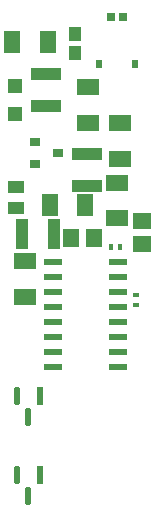
<source format=gbr>
G04*
G04 #@! TF.GenerationSoftware,Altium Limited,Altium Designer,22.11.1 (43)*
G04*
G04 Layer_Color=8421504*
%FSLAX44Y44*%
%MOMM*%
G71*
G04*
G04 #@! TF.SameCoordinates,85B5D84A-ABF2-449B-B7EE-03817192F5BC*
G04*
G04*
G04 #@! TF.FilePolarity,Positive*
G04*
G01*
G75*
%ADD16R,1.8500X1.4500*%
%ADD17R,0.7000X0.8000*%
%ADD18R,0.5500X0.8000*%
%ADD19R,2.6000X1.0000*%
%ADD20R,1.4500X1.8500*%
%ADD21R,0.9000X0.8000*%
%ADD22R,1.1500X1.1500*%
%ADD23R,1.0121X1.2084*%
%ADD24R,1.4500X1.0500*%
%ADD25R,0.5000X0.4000*%
%ADD26R,1.0000X2.6000*%
%ADD27R,1.5000X0.6000*%
%ADD28R,1.5500X1.4000*%
%ADD29R,0.4000X0.5000*%
%ADD30R,1.4000X1.5500*%
%ADD31R,0.5721X1.5739*%
G04:AMPARAMS|DCode=32|XSize=1.5739mm|YSize=0.5721mm|CornerRadius=0.2861mm|HoleSize=0mm|Usage=FLASHONLY|Rotation=270.000|XOffset=0mm|YOffset=0mm|HoleType=Round|Shape=RoundedRectangle|*
%AMROUNDEDRECTD32*
21,1,1.5739,0.0000,0,0,270.0*
21,1,1.0018,0.5721,0,0,270.0*
1,1,0.5721,0.0000,-0.5009*
1,1,0.5721,0.0000,0.5009*
1,1,0.5721,0.0000,0.5009*
1,1,0.5721,0.0000,-0.5009*
%
%ADD32ROUNDEDRECTD32*%
D16*
X72390Y539510D02*
D03*
Y509510D02*
D03*
X152400Y626350D02*
D03*
Y656350D02*
D03*
X125730Y656830D02*
D03*
Y686830D02*
D03*
X149860Y605790D02*
D03*
Y575790D02*
D03*
D17*
X144870Y746120D02*
D03*
X154870D02*
D03*
D18*
X134620Y706120D02*
D03*
X165120D02*
D03*
D19*
X90170Y671030D02*
D03*
Y698030D02*
D03*
X124460Y603250D02*
D03*
Y630250D02*
D03*
D20*
X91200Y725170D02*
D03*
X61200D02*
D03*
X123190Y586740D02*
D03*
X93190D02*
D03*
D21*
X80330Y640690D02*
D03*
Y621690D02*
D03*
X100330Y631190D02*
D03*
D22*
X63500Y687390D02*
D03*
Y663890D02*
D03*
D23*
X114300Y731919D02*
D03*
Y715881D02*
D03*
D24*
X64770Y584200D02*
D03*
Y602700D02*
D03*
D25*
X166370Y502730D02*
D03*
Y510730D02*
D03*
D26*
X69520Y562610D02*
D03*
X96520D02*
D03*
D27*
X150690Y449580D02*
D03*
Y462280D02*
D03*
Y474980D02*
D03*
Y487680D02*
D03*
Y500380D02*
D03*
Y513080D02*
D03*
Y525780D02*
D03*
Y538480D02*
D03*
X95690Y449580D02*
D03*
Y462280D02*
D03*
Y474980D02*
D03*
Y487680D02*
D03*
Y500380D02*
D03*
Y513080D02*
D03*
Y525780D02*
D03*
Y538480D02*
D03*
D28*
X171450Y573380D02*
D03*
Y554380D02*
D03*
D29*
X144590Y551180D02*
D03*
X152590D02*
D03*
D30*
X111150Y558800D02*
D03*
X130150D02*
D03*
D31*
X84430Y425414D02*
D03*
Y358067D02*
D03*
D32*
X65430Y425414D02*
D03*
X74930Y407706D02*
D03*
X65430Y358067D02*
D03*
X74930Y340360D02*
D03*
M02*

</source>
